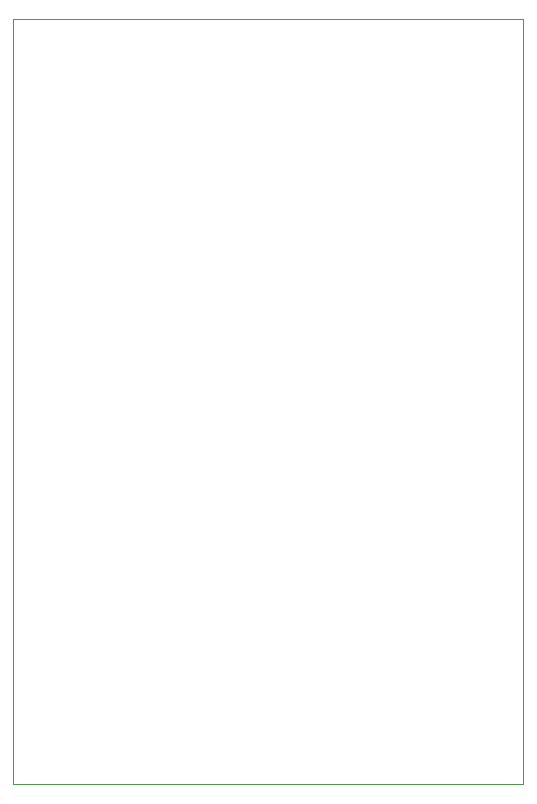
<source format=gbr>
%TF.GenerationSoftware,KiCad,Pcbnew,7.0.1*%
%TF.CreationDate,2023-05-30T14:24:39-07:00*%
%TF.ProjectId,tn_vdp_v1_fat,746e5f76-6470-45f7-9631-5f6661742e6b,rev?*%
%TF.SameCoordinates,Original*%
%TF.FileFunction,Profile,NP*%
%FSLAX46Y46*%
G04 Gerber Fmt 4.6, Leading zero omitted, Abs format (unit mm)*
G04 Created by KiCad (PCBNEW 7.0.1) date 2023-05-30 14:24:39*
%MOMM*%
%LPD*%
G01*
G04 APERTURE LIST*
%TA.AperFunction,Profile*%
%ADD10C,0.100000*%
%TD*%
G04 APERTURE END LIST*
D10*
X177800000Y-46990000D02*
X177800000Y-111760000D01*
X134620000Y-46990000D02*
X177800000Y-46990000D01*
X134620000Y-111760000D02*
X134620000Y-46990000D01*
X177800000Y-111760000D02*
X134620000Y-111760000D01*
M02*

</source>
